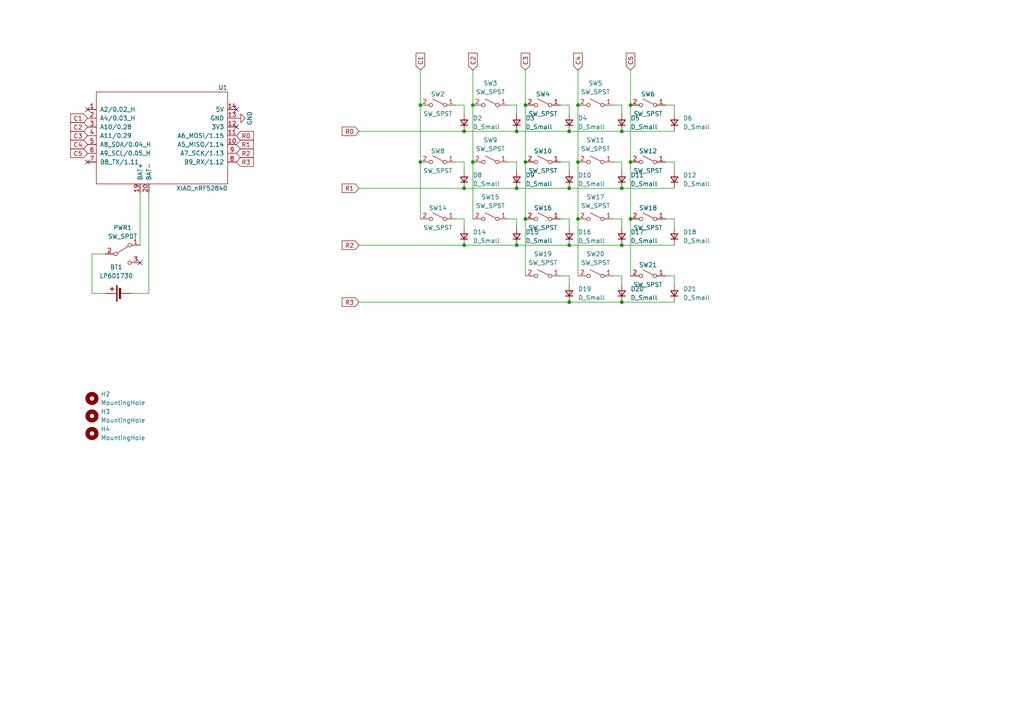
<source format=kicad_sch>
(kicad_sch (version 20231120) (generator "eeschema") (generator_version "8.0")
  (paper "A4")
  (lib_symbols
    (symbol "Device:Battery_Cell" (pin_numbers hide) (pin_names (offset 0) hide)
      (property "Reference" "BT" (at 2.54 2.54 0))
      (property "Value" "Battery_Cell" (at 2.54 0 0))
      (symbol "Battery_Cell_0_1"
        (rectangle (start -2.286 1.778) (end 2.286 1.524) (fill (type outline)))
        (rectangle (start -1.524 1.016) (end 1.524 0.508) (fill (type outline)))
        (polyline (pts (xy 0 0.762) (xy 0 0)))
        (polyline (pts (xy 0 1.778) (xy 0 2.54)))
        (polyline (pts (xy 0.762 3.048) (xy 1.778 3.048)) (stroke (width 0.254)))
        (polyline (pts (xy 1.27 3.556) (xy 1.27 2.54)) (stroke (width 0.254)))
      )
      (symbol "Battery_Cell_1_1"
        (pin passive line (at 0 5.08 270) (length 2.54) (name "+") (number "1"))
        (pin passive line (at 0 -2.54 90) (length 2.54) (name "-") (number "2"))
      )
    )
    (symbol "Two:D_Small" (pin_numbers hide) (pin_names (offset 0.254) hide)
      (property "Reference" "D" (at -1.27 2.032 0))
      (property "Value" "D_Small" (at -3.81 -2.032 0))
      (symbol "D_Small_0_1"
        (polyline (pts (xy -0.762 -1.016) (xy -0.762 1.016)) (stroke (width 0.254)))
        (polyline (pts (xy -0.762 0) (xy 0.762 0)))
        (polyline (pts (xy 0.762 -1.016) (xy -0.762 0) (xy 0.762 1.016) (xy 0.762 -1.016)) (stroke (width 0.254)))
      )
      (symbol "D_Small_1_1"
        (pin passive line (at -2.54 0 0) (length 1.778) (name "K") (number "1"))
        (pin passive line (at 2.54 0 180) (length 1.778) (name "A") (number "2"))
      )
    )
    (symbol "Two:GND" (power) (pin_names (offset 0))
      (property "Value" "GND" (at 0 -3.81 0))
      (symbol "GND_0_1"
        (polyline (pts (xy 0 0) (xy 0 -1.27) (xy 1.27 -1.27) (xy 0 -2.54) (xy -1.27 -1.27) (xy 0 -1.27)))
      )
      (symbol "GND_1_1"
        (pin power_in line (at 0 0 270) (length 0) hide (name "GND") (number "1"))
      )
    )
    (symbol "Two:MountingHole" (pin_names (offset 1.016))
      (property "Reference" "H" (at 0 5.08 0))
      (property "Value" "MountingHole" (at 0 3.175 0))
      (symbol "MountingHole_0_1"
        (circle (center 0 0) (radius 1.27) (stroke (width 1.27)))
      )
    )
    (symbol "Two:SW_SPDT" (pin_names (offset 0) hide)
      (property "Reference" "PWR" (at 0 4.318 0))
      (property "Value" "SW_SPDT" (at 0 -5.08 0))
      (symbol "SW_SPDT_0_0"
        (circle (center -2.032 0) (radius 0.508))
        (circle (center 2.032 -2.54) (radius 0.508))
      )
      (symbol "SW_SPDT_0_1"
        (polyline (pts (xy -1.524 0.254) (xy 1.651 2.286)))
        (circle (center 2.032 2.54) (radius 0.508))
      )
      (symbol "SW_SPDT_1_1"
        (pin passive line (at 5.08 2.54 180) (length 2.54) (name "A") (number "1"))
        (pin passive line (at -5.08 0 0) (length 2.54) (name "B") (number "2"))
        (pin passive line (at 5.08 -2.54 180) (length 2.54) (name "C") (number "3"))
      )
    )
    (symbol "Two:SW_SPST" (pin_names (offset 0) hide)
      (property "Reference" "SW" (at 0 3.175 0))
      (property "Value" "SW_SPST" (at 0 -2.54 0))
      (symbol "SW_SPST_0_0"
        (circle (center -2.032 0) (radius 0.508))
        (polyline (pts (xy -1.524 0.254) (xy 1.524 1.778)))
        (circle (center 2.032 0) (radius 0.508))
      )
      (symbol "SW_SPST_1_1"
        (pin passive line (at -5.08 0 0) (length 2.54) (name "A") (number "1"))
        (pin passive line (at 5.08 0 180) (length 2.54) (name "B") (number "2"))
      )
    )
    (symbol "Two:XIAO_nRF52840" (pin_names (offset 1.016))
      (property "Reference" "U" (at 19.05 13.97 0))
      (property "Value" "XIAO_nRF52840" (at 19.05 -15.24 0))
      (symbol "XIAO_nRF52840_0_1"
        (rectangle (start -19.05 12.7) (end 19.05 -13.97))
      )
      (symbol "XIAO_nRF52840_1_1"
        (pin bidirectional line (at -21.59 7.62 0) (length 2.54) (name "A2/0.02_H") (number "1"))
        (pin bidirectional line (at 21.59 -2.54 180) (length 2.54) (name "A5_MISO/1.14") (number "10"))
        (pin bidirectional line (at 21.59 0 180) (length 2.54) (name "A6_MOSI/1.15") (number "11"))
        (pin power_out line (at 21.59 2.54 180) (length 2.54) (name "3V3") (number "12"))
        (pin power_out line (at 21.59 5.08 180) (length 2.54) (name "GND") (number "13"))
        (pin power_out line (at 21.59 7.62 180) (length 2.54) (name "5V") (number "14"))
        (pin power_in line (at -6.35 -16.51 90) (length 2.54) (name "BAT+") (number "19"))
        (pin bidirectional line (at -21.59 5.08 0) (length 2.54) (name "A4/0.03_H") (number "2"))
        (pin power_in line (at -3.81 -16.51 90) (length 2.54) (name "BAT-") (number "20"))
        (pin bidirectional line (at -21.59 2.54 0) (length 2.54) (name "A10/0.28") (number "3"))
        (pin bidirectional line (at -21.59 0 0) (length 2.54) (name "A11/0.29") (number "4"))
        (pin bidirectional line (at -21.59 -2.54 0) (length 2.54) (name "A8_SDA/0.04_H") (number "5"))
        (pin bidirectional line (at -21.59 -5.08 0) (length 2.54) (name "A9_SCL/0.05_H") (number "6"))
        (pin bidirectional line (at -21.59 -7.62 0) (length 2.54) (name "B8_TX/1.11") (number "7"))
        (pin bidirectional line (at 21.59 -7.62 180) (length 2.54) (name "B9_RX/1.12") (number "8"))
        (pin bidirectional line (at 21.59 -5.08 180) (length 2.54) (name "A7_SCK/1.13") (number "9"))
      )
    )
  )
  (junction (at 165.1 38.1))
  (junction (at 137.16 46.99))
  (junction (at 134.62 54.61))
  (junction (at 152.4 30.48))
  (junction (at 180.34 38.1))
  (junction (at 165.1 54.61))
  (junction (at 165.1 87.63))
  (junction (at 167.64 63.5))
  (junction (at 152.4 46.99))
  (junction (at 180.34 71.12))
  (junction (at 134.62 71.12))
  (junction (at 137.16 30.48))
  (junction (at 134.62 38.1))
  (junction (at 149.86 71.12))
  (junction (at 149.86 54.61))
  (junction (at 121.92 46.99))
  (junction (at 182.88 63.5))
  (junction (at 180.34 87.63))
  (junction (at 121.92 30.48))
  (junction (at 182.88 30.48))
  (junction (at 182.88 46.99))
  (junction (at 165.1 71.12))
  (junction (at 167.64 46.99))
  (junction (at 149.86 38.1))
  (junction (at 180.34 54.61))
  (junction (at 152.4 63.5))
  (junction (at 167.64 30.48))
  (no_connect (at 68.58 36.83))
  (no_connect (at 40.64 76.2))
  (no_connect (at 68.58 31.75))
  (no_connect (at 25.4 46.99))
  (no_connect (at 25.4 31.75))
  (wire (pts (xy 152.4 20.32) (xy 152.4 30.48)))
  (wire (pts (xy 134.62 46.99) (xy 134.62 49.53)))
  (wire (pts (xy 149.86 38.1) (xy 165.1 38.1)))
  (wire (pts (xy 180.34 87.63) (xy 195.58 87.63)))
  (wire (pts (xy 165.1 54.61) (xy 180.34 54.61)))
  (wire (pts (xy 149.86 46.99) (xy 149.86 49.53)))
  (wire (pts (xy 193.04 30.48) (xy 195.58 30.48)))
  (wire (pts (xy 167.64 30.48) (xy 167.64 46.99)))
  (wire (pts (xy 195.58 80.01) (xy 195.58 82.55)))
  (wire (pts (xy 149.86 71.12) (xy 165.1 71.12)))
  (wire (pts (xy 165.1 87.63) (xy 180.34 87.63)))
  (wire (pts (xy 40.64 55.88) (xy 40.64 71.12)))
  (wire (pts (xy 177.8 63.5) (xy 180.34 63.5)))
  (wire (pts (xy 180.34 63.5) (xy 180.34 66.04)))
  (wire (pts (xy 180.34 71.12) (xy 195.58 71.12)))
  (wire (pts (xy 167.64 20.32) (xy 167.64 30.48)))
  (wire (pts (xy 182.88 46.99) (xy 182.88 63.5)))
  (wire (pts (xy 180.34 80.01) (xy 180.34 82.55)))
  (wire (pts (xy 121.92 20.32) (xy 121.92 30.48)))
  (wire (pts (xy 152.4 46.99) (xy 152.4 63.5)))
  (wire (pts (xy 104.14 71.12) (xy 134.62 71.12)))
  (wire (pts (xy 180.34 30.48) (xy 180.34 33.02)))
  (wire (pts (xy 177.8 30.48) (xy 180.34 30.48)))
  (wire (pts (xy 104.14 54.61) (xy 134.62 54.61)))
  (wire (pts (xy 193.04 80.01) (xy 195.58 80.01)))
  (wire (pts (xy 195.58 63.5) (xy 195.58 66.04)))
  (wire (pts (xy 137.16 46.99) (xy 137.16 63.5)))
  (wire (pts (xy 152.4 63.5) (xy 152.4 80.01)))
  (wire (pts (xy 182.88 63.5) (xy 182.88 80.01)))
  (wire (pts (xy 162.56 80.01) (xy 165.1 80.01)))
  (wire (pts (xy 43.18 55.88) (xy 43.18 85.09)))
  (wire (pts (xy 165.1 63.5) (xy 165.1 66.04)))
  (wire (pts (xy 134.62 30.48) (xy 134.62 33.02)))
  (wire (pts (xy 167.64 63.5) (xy 167.64 80.01)))
  (wire (pts (xy 152.4 30.48) (xy 152.4 46.99)))
  (wire (pts (xy 134.62 38.1) (xy 149.86 38.1)))
  (wire (pts (xy 121.92 46.99) (xy 121.92 63.5)))
  (wire (pts (xy 104.14 87.63) (xy 165.1 87.63)))
  (wire (pts (xy 147.32 63.5) (xy 149.86 63.5)))
  (wire (pts (xy 195.58 46.99) (xy 195.58 49.53)))
  (wire (pts (xy 43.18 85.09) (xy 38.1 85.09)))
  (wire (pts (xy 167.64 46.99) (xy 167.64 63.5)))
  (wire (pts (xy 165.1 46.99) (xy 165.1 49.53)))
  (wire (pts (xy 134.62 54.61) (xy 149.86 54.61)))
  (wire (pts (xy 104.14 38.1) (xy 134.62 38.1)))
  (wire (pts (xy 193.04 63.5) (xy 195.58 63.5)))
  (wire (pts (xy 162.56 46.99) (xy 165.1 46.99)))
  (wire (pts (xy 165.1 71.12) (xy 180.34 71.12)))
  (wire (pts (xy 180.34 46.99) (xy 180.34 49.53)))
  (wire (pts (xy 30.48 73.66) (xy 26.67 73.66)))
  (wire (pts (xy 132.08 46.99) (xy 134.62 46.99)))
  (wire (pts (xy 134.62 71.12) (xy 149.86 71.12)))
  (wire (pts (xy 121.92 30.48) (xy 121.92 46.99)))
  (wire (pts (xy 149.86 54.61) (xy 165.1 54.61)))
  (wire (pts (xy 182.88 20.32) (xy 182.88 30.48)))
  (wire (pts (xy 193.04 46.99) (xy 195.58 46.99)))
  (wire (pts (xy 132.08 63.5) (xy 134.62 63.5)))
  (wire (pts (xy 147.32 30.48) (xy 149.86 30.48)))
  (wire (pts (xy 149.86 63.5) (xy 149.86 66.04)))
  (wire (pts (xy 177.8 80.01) (xy 180.34 80.01)))
  (wire (pts (xy 149.86 30.48) (xy 149.86 33.02)))
  (wire (pts (xy 162.56 63.5) (xy 165.1 63.5)))
  (wire (pts (xy 137.16 20.32) (xy 137.16 30.48)))
  (wire (pts (xy 134.62 63.5) (xy 134.62 66.04)))
  (wire (pts (xy 177.8 46.99) (xy 180.34 46.99)))
  (wire (pts (xy 132.08 30.48) (xy 134.62 30.48)))
  (wire (pts (xy 26.67 85.09) (xy 30.48 85.09)))
  (wire (pts (xy 165.1 80.01) (xy 165.1 82.55)))
  (wire (pts (xy 165.1 38.1) (xy 180.34 38.1)))
  (wire (pts (xy 162.56 30.48) (xy 165.1 30.48)))
  (wire (pts (xy 180.34 54.61) (xy 195.58 54.61)))
  (wire (pts (xy 195.58 30.48) (xy 195.58 33.02)))
  (wire (pts (xy 147.32 46.99) (xy 149.86 46.99)))
  (wire (pts (xy 180.34 38.1) (xy 195.58 38.1)))
  (wire (pts (xy 26.67 73.66) (xy 26.67 85.09)))
  (wire (pts (xy 137.16 30.48) (xy 137.16 46.99)))
  (wire (pts (xy 182.88 30.48) (xy 182.88 46.99)))
  (wire (pts (xy 165.1 30.48) (xy 165.1 33.02)))
  (global_label "R2" (shape input) (at 68.58 44.45 0) (property "Intersheetrefs" "${INTERSHEET_REFS}" (effects (hide yes))))
  (global_label "R2" (shape input) (at 104.14 71.12 180) (property "Intersheetrefs" "${INTERSHEET_REFS}" (effects (hide yes))))
  (global_label "C3" (shape input) (at 25.4 39.37 180) (property "Intersheetrefs" "${INTERSHEET_REFS}" (effects (hide yes))))
  (global_label "C4" (shape input) (at 25.4 41.91 180) (property "Intersheetrefs" "${INTERSHEET_REFS}" (effects (hide yes))))
  (global_label "C5" (shape input) (at 182.88 20.32 90) (property "Intersheetrefs" "${INTERSHEET_REFS}" (effects (hide yes))))
  (global_label "R0" (shape input) (at 104.14 38.1 180) (property "Intersheetrefs" "${INTERSHEET_REFS}" (effects (hide yes))))
  (global_label "C4" (shape input) (at 167.64 20.32 90) (property "Intersheetrefs" "${INTERSHEET_REFS}" (effects (hide yes))))
  (global_label "R1" (shape input) (at 68.58 41.91 0) (property "Intersheetrefs" "${INTERSHEET_REFS}" (effects (hide yes))))
  (global_label "R1" (shape input) (at 104.14 54.61 180) (property "Intersheetrefs" "${INTERSHEET_REFS}" (effects (hide yes))))
  (global_label "R3" (shape input) (at 104.14 87.63 180) (property "Intersheetrefs" "${INTERSHEET_REFS}" (effects (hide yes))))
  (global_label "C2" (shape input) (at 25.4 36.83 180) (property "Intersheetrefs" "${INTERSHEET_REFS}" (effects (hide yes))))
  (global_label "C1" (shape input) (at 121.92 20.32 90) (property "Intersheetrefs" "${INTERSHEET_REFS}" (effects (hide yes))))
  (global_label "C2" (shape input) (at 137.16 20.32 90) (property "Intersheetrefs" "${INTERSHEET_REFS}" (effects (hide yes))))
  (global_label "R0" (shape input) (at 68.58 39.37 0) (property "Intersheetrefs" "${INTERSHEET_REFS}" (effects (hide yes))))
  (global_label "C1" (shape input) (at 25.4 34.29 180) (property "Intersheetrefs" "${INTERSHEET_REFS}" (effects (hide yes))))
  (global_label "C5" (shape input) (at 25.4 44.45 180) (property "Intersheetrefs" "${INTERSHEET_REFS}" (effects (hide yes))))
  (global_label "R3" (shape input) (at 68.58 46.99 0) (property "Intersheetrefs" "${INTERSHEET_REFS}" (effects (hide yes))))
  (global_label "C3" (shape input) (at 152.4 20.32 90) (property "Intersheetrefs" "${INTERSHEET_REFS}" (effects (hide yes))))
  (symbol (lib_id "Two:SW_SPST") (at 172.72 63.5 0) (mirror y) (unit 1)
    (property "Reference" "SW17" (at 172.72 57.15 0))
    (property "Value" "SW_SPST" (at 172.72 59.69 0))
    (property "Footprint" "Two:KS-27_KS-33_Hotswap_1U_DUAL" (effects (hide yes)))
    (property "Description" "Single Pole Single Throw (SPST) switch" (effects (hide yes)))
  )
  (symbol (lib_id "Two:MountingHole") (at 26.67 125.73 0) (unit 1)
    (property "Reference" "H4" (at 29.21 124.4599 0) (effects (justify left)))
    (property "Value" "MountingHole" (at 29.21 126.9999 0) (effects (justify left)))
    (property "Footprint" "Two:Hole_5.7mm" (effects (hide yes)))
    (property "Description" "Mounting Hole without connection" (effects (hide yes)))
  )
  (symbol (lib_id "Two:D_Small") (at 195.58 68.58 90) (unit 1)
    (property "Reference" "D18" (at 198.12 67.3099 90) (effects (justify right)))
    (property "Value" "D_Small" (at 198.12 69.8499 90) (effects (justify right)))
    (property "Footprint" "Two:Diode_TH_SMD_DUAL" (effects (hide yes)))
    (property "Description" "Diode, small symbol" (effects (hide yes)))
    (property "Sim.Device" "D" (effects (hide yes)))
    (property "Sim.Pins" "1=K 2=A" (effects (hide yes)))
  )
  (symbol (lib_id "Two:SW_SPST") (at 142.24 63.5 0) (mirror y) (unit 1)
    (property "Reference" "SW15" (at 142.24 57.15 0))
    (property "Value" "SW_SPST" (at 142.24 59.69 0))
    (property "Footprint" "Two:KS-27_KS-33_Hotswap_1U_DUAL" (effects (hide yes)))
    (property "Description" "Single Pole Single Throw (SPST) switch" (effects (hide yes)))
  )
  (symbol (lib_id "Two:D_Small") (at 134.62 35.56 90) (unit 1)
    (property "Reference" "D2" (at 137.16 34.2899 90) (effects (justify right)))
    (property "Value" "D_Small" (at 137.16 36.8299 90) (effects (justify right)))
    (property "Footprint" "Two:Diode_TH_SMD_DUAL" (effects (hide yes)))
    (property "Description" "Diode, small symbol" (effects (hide yes)))
    (property "Sim.Device" "D" (effects (hide yes)))
    (property "Sim.Pins" "1=K 2=A" (effects (hide yes)))
  )
  (symbol (lib_id "Two:SW_SPST") (at 142.24 46.99 0) (mirror y) (unit 1)
    (property "Reference" "SW9" (at 142.24 40.64 0))
    (property "Value" "SW_SPST" (at 142.24 43.18 0))
    (property "Footprint" "Two:KS-27_KS-33_Hotswap_1U_DUAL" (effects (hide yes)))
    (property "Description" "Single Pole Single Throw (SPST) switch" (effects (hide yes)))
  )
  (symbol (lib_id "Two:D_Small") (at 165.1 85.09 90) (unit 1)
    (property "Reference" "D19" (at 167.64 83.8199 90) (effects (justify right)))
    (property "Value" "D_Small" (at 167.64 86.3599 90) (effects (justify right)))
    (property "Footprint" "Two:Diode_TH_SMD_DUAL" (effects (hide yes)))
    (property "Description" "Diode, small symbol" (effects (hide yes)))
    (property "Sim.Device" "D" (effects (hide yes)))
    (property "Sim.Pins" "1=K 2=A" (effects (hide yes)))
  )
  (symbol (lib_id "Two:SW_SPDT") (at 35.56 73.66 0) (unit 1)
    (property "Reference" "PWR1" (at 35.56 66.04 0))
    (property "Value" "SW_SPDT" (at 35.56 68.58 0))
    (property "Footprint" "Two:MSK-12C02_DUAL" (effects (hide yes)))
    (property "Description" "Switch, single pole double throw" (effects (hide yes)))
  )
  (symbol (lib_id "Two:D_Small") (at 149.86 35.56 90) (unit 1)
    (property "Reference" "D3" (at 152.4 34.2899 90) (effects (justify right)))
    (property "Value" "D_Small" (at 152.4 36.8299 90) (effects (justify right)))
    (property "Footprint" "Two:Diode_TH_SMD_DUAL" (effects (hide yes)))
    (property "Description" "Diode, small symbol" (effects (hide yes)))
    (property "Sim.Device" "D" (effects (hide yes)))
    (property "Sim.Pins" "1=K 2=A" (effects (hide yes)))
  )
  (symbol (lib_id "Two:SW_SPST") (at 187.96 63.5 0) (mirror y) (unit 1)
    (property "Reference" "SW18" (at 187.96 60.325 0))
    (property "Value" "SW_SPST" (at 187.96 66.04 0))
    (property "Footprint" "Two:KS-27_KS-33_Hotswap_1U_DUAL" (effects (hide yes)))
    (property "Description" "Single Pole Single Throw (SPST) switch" (effects (hide yes)))
  )
  (symbol (lib_id "Two:SW_SPST") (at 127 30.48 0) (mirror y) (unit 1)
    (property "Reference" "SW2" (at 127 27.305 0))
    (property "Value" "SW_SPST" (at 127 33.02 0))
    (property "Footprint" "Two:KS-27_KS-33_Hotswap_1U_DUAL" (effects (hide yes)))
    (property "Description" "Single Pole Single Throw (SPST) switch" (effects (hide yes)))
  )
  (symbol (lib_id "Two:SW_SPST") (at 187.96 80.01 0) (mirror y) (unit 1)
    (property "Reference" "SW21" (at 187.96 76.835 0))
    (property "Value" "SW_SPST" (at 187.96 82.55 0))
    (property "Footprint" "Two:KS-27_KS-33_Hotswap_1U_DUAL" (effects (hide yes)))
    (property "Description" "Single Pole Single Throw (SPST) switch" (effects (hide yes)))
  )
  (symbol (lib_id "Two:SW_SPST") (at 187.96 46.99 0) (mirror y) (unit 1)
    (property "Reference" "SW12" (at 187.96 43.815 0))
    (property "Value" "SW_SPST" (at 187.96 49.53 0))
    (property "Footprint" "Two:KS-27_KS-33_Hotswap_1U_DUAL" (effects (hide yes)))
    (property "Description" "Single Pole Single Throw (SPST) switch" (effects (hide yes)))
  )
  (symbol (lib_id "Two:D_Small") (at 195.58 35.56 90) (unit 1)
    (property "Reference" "D6" (at 198.12 34.2899 90) (effects (justify right)))
    (property "Value" "D_Small" (at 198.12 36.8299 90) (effects (justify right)))
    (property "Footprint" "Two:Diode_TH_SMD_DUAL" (effects (hide yes)))
    (property "Description" "Diode, small symbol" (effects (hide yes)))
    (property "Sim.Device" "D" (effects (hide yes)))
    (property "Sim.Pins" "1=K 2=A" (effects (hide yes)))
  )
  (symbol (lib_id "Two:SW_SPST") (at 127 63.5 0) (mirror y) (unit 1)
    (property "Reference" "SW14" (at 127 60.325 0))
    (property "Value" "SW_SPST" (at 127 66.04 0))
    (property "Footprint" "Two:KS-27_KS-33_Hotswap_1U_DUAL" (effects (hide yes)))
    (property "Description" "Single Pole Single Throw (SPST) switch" (effects (hide yes)))
  )
  (symbol (lib_id "Two:SW_SPST") (at 142.24 30.48 0) (mirror y) (unit 1)
    (property "Reference" "SW3" (at 142.24 24.13 0))
    (property "Value" "SW_SPST" (at 142.24 26.67 0))
    (property "Footprint" "Two:KS-27_KS-33_Hotswap_1U_DUAL" (effects (hide yes)))
    (property "Description" "Single Pole Single Throw (SPST) switch" (effects (hide yes)))
  )
  (symbol (lib_id "Two:D_Small") (at 165.1 35.56 90) (unit 1)
    (property "Reference" "D4" (at 167.64 34.2899 90) (effects (justify right)))
    (property "Value" "D_Small" (at 167.64 36.8299 90) (effects (justify right)))
    (property "Footprint" "Two:Diode_TH_SMD_DUAL" (effects (hide yes)))
    (property "Description" "Diode, small symbol" (effects (hide yes)))
    (property "Sim.Device" "D" (effects (hide yes)))
    (property "Sim.Pins" "1=K 2=A" (effects (hide yes)))
  )
  (symbol (lib_id "Two:D_Small") (at 180.34 52.07 90) (unit 1)
    (property "Reference" "D11" (at 182.88 50.7999 90) (effects (justify right)))
    (property "Value" "D_Small" (at 182.88 53.3399 90) (effects (justify right)))
    (property "Footprint" "Two:Diode_TH_SMD_DUAL" (effects (hide yes)))
    (property "Description" "Diode, small symbol" (effects (hide yes)))
    (property "Sim.Device" "D" (effects (hide yes)))
    (property "Sim.Pins" "1=K 2=A" (effects (hide yes)))
  )
  (symbol (lib_id "Two:MountingHole") (at 26.67 115.57 0) (unit 1)
    (property "Reference" "H2" (at 29.21 114.2999 0) (effects (justify left)))
    (property "Value" "MountingHole" (at 29.21 116.8399 0) (effects (justify left)))
    (property "Footprint" "Two:Hole_5.7mm" (effects (hide yes)))
    (property "Description" "Mounting Hole without connection" (effects (hide yes)))
  )
  (symbol (lib_id "Two:D_Small") (at 149.86 52.07 90) (unit 1)
    (property "Reference" "D9" (at 152.4 50.7999 90) (effects (justify right)))
    (property "Value" "D_Small" (at 152.4 53.3399 90) (effects (justify right)))
    (property "Footprint" "Two:Diode_TH_SMD_DUAL" (effects (hide yes)))
    (property "Description" "Diode, small symbol" (effects (hide yes)))
    (property "Sim.Device" "D" (effects (hide yes)))
    (property "Sim.Pins" "1=K 2=A" (effects (hide yes)))
  )
  (symbol (lib_id "Two:GND") (at 68.58 34.29 90) (unit 1)
    (property "Reference" "#PWR03" (effects (hide yes)))
    (property "Value" "GND" (at 72.39 34.29 0))
    (property "Description" "Power symbol creates a global label with name \"GND\" , ground" (effects (hide yes)))
  )
  (symbol (lib_id "Two:D_Small") (at 165.1 68.58 90) (unit 1)
    (property "Reference" "D16" (at 167.64 67.3099 90) (effects (justify right)))
    (property "Value" "D_Small" (at 167.64 69.8499 90) (effects (justify right)))
    (property "Footprint" "Two:Diode_TH_SMD_DUAL" (effects (hide yes)))
    (property "Description" "Diode, small symbol" (effects (hide yes)))
    (property "Sim.Device" "D" (effects (hide yes)))
    (property "Sim.Pins" "1=K 2=A" (effects (hide yes)))
  )
  (symbol (lib_id "Two:XIAO_nRF52840") (at 46.99 39.37 0) (unit 1)
    (property "Reference" "U1" (at 66.04 25.4 0) (effects (justify right)))
    (property "Value" "XIAO_nRF52840" (at 66.04 54.61 0) (effects (justify right)))
    (property "Footprint" "Two:XIAO_nRF52840_DUAL_WINDOW_NO_CAP" (effects (hide yes)))
  )
  (symbol (lib_id "Two:MountingHole") (at 26.67 120.65 0) (unit 1)
    (property "Reference" "H3" (at 29.21 119.3799 0) (effects (justify left)))
    (property "Value" "MountingHole" (at 29.21 121.9199 0) (effects (justify left)))
    (property "Footprint" "Two:Hole_5.7mm" (effects (hide yes)))
    (property "Description" "Mounting Hole without connection" (effects (hide yes)))
  )
  (symbol (lib_id "Two:SW_SPST") (at 187.96 30.48 0) (mirror y) (unit 1)
    (property "Reference" "SW6" (at 187.96 27.305 0))
    (property "Value" "SW_SPST" (at 187.96 33.02 0))
    (property "Footprint" "Two:KS-27_KS-33_Hotswap_1U_DUAL" (effects (hide yes)))
    (property "Description" "Single Pole Single Throw (SPST) switch" (effects (hide yes)))
  )
  (symbol (lib_id "Two:SW_SPST") (at 172.72 46.99 0) (mirror y) (unit 1)
    (property "Reference" "SW11" (at 172.72 40.64 0))
    (property "Value" "SW_SPST" (at 172.72 43.18 0))
    (property "Footprint" "Two:KS-27_KS-33_Hotswap_1U_DUAL" (effects (hide yes)))
    (property "Description" "Single Pole Single Throw (SPST) switch" (effects (hide yes)))
  )
  (symbol (lib_id "Two:SW_SPST") (at 157.48 63.5 0) (mirror y) (unit 1)
    (property "Reference" "SW16" (at 157.48 60.325 0))
    (property "Value" "SW_SPST" (at 157.48 66.04 0))
    (property "Footprint" "Two:KS-27_KS-33_Hotswap_1U_DUAL" (effects (hide yes)))
    (property "Description" "Single Pole Single Throw (SPST) switch" (effects (hide yes)))
  )
  (symbol (lib_id "Two:D_Small") (at 195.58 85.09 90) (unit 1)
    (property "Reference" "D21" (at 198.12 83.8199 90) (effects (justify right)))
    (property "Value" "D_Small" (at 198.12 86.3599 90) (effects (justify right)))
    (property "Footprint" "Two:Diode_TH_SMD_DUAL" (effects (hide yes)))
    (property "Description" "Diode, small symbol" (effects (hide yes)))
    (property "Sim.Device" "D" (effects (hide yes)))
    (property "Sim.Pins" "1=K 2=A" (effects (hide yes)))
  )
  (symbol (lib_id "Two:D_Small") (at 134.62 52.07 90) (unit 1)
    (property "Reference" "D8" (at 137.16 50.7999 90) (effects (justify right)))
    (property "Value" "D_Small" (at 137.16 53.3399 90) (effects (justify right)))
    (property "Footprint" "Two:Diode_TH_SMD_DUAL" (effects (hide yes)))
    (property "Description" "Diode, small symbol" (effects (hide yes)))
    (property "Sim.Device" "D" (effects (hide yes)))
    (property "Sim.Pins" "1=K 2=A" (effects (hide yes)))
  )
  (symbol (lib_id "Two:SW_SPST") (at 157.48 30.48 0) (mirror y) (unit 1)
    (property "Reference" "SW4" (at 157.48 27.305 0))
    (property "Value" "SW_SPST" (at 157.48 33.02 0))
    (property "Footprint" "Two:KS-27_KS-33_Hotswap_1U_DUAL" (effects (hide yes)))
    (property "Description" "Single Pole Single Throw (SPST) switch" (effects (hide yes)))
  )
  (symbol (lib_id "Two:D_Small") (at 180.34 68.58 90) (unit 1)
    (property "Reference" "D17" (at 182.88 67.3099 90) (effects (justify right)))
    (property "Value" "D_Small" (at 182.88 69.8499 90) (effects (justify right)))
    (property "Footprint" "Two:Diode_TH_SMD_DUAL" (effects (hide yes)))
    (property "Description" "Diode, small symbol" (effects (hide yes)))
    (property "Sim.Device" "D" (effects (hide yes)))
    (property "Sim.Pins" "1=K 2=A" (effects (hide yes)))
  )
  (symbol (lib_id "Two:SW_SPST") (at 127 46.99 0) (mirror y) (unit 1)
    (property "Reference" "SW8" (at 127 43.815 0))
    (property "Value" "SW_SPST" (at 127 49.53 0))
    (property "Footprint" "Two:KS-27_KS-33_Hotswap_1U_DUAL" (effects (hide yes)))
    (property "Description" "Single Pole Single Throw (SPST) switch" (effects (hide yes)))
  )
  (symbol (lib_id "Two:SW_SPST") (at 157.48 80.01 0) (mirror y) (unit 1)
    (property "Reference" "SW19" (at 157.48 73.66 0))
    (property "Value" "SW_SPST" (at 157.48 76.2 0))
    (property "Footprint" "Two:KS-27_KS-33_Hotswap_1U_DUAL" (effects (hide yes)))
    (property "Description" "Single Pole Single Throw (SPST) switch" (effects (hide yes)))
  )
  (symbol (lib_id "Two:D_Small") (at 195.58 52.07 90) (unit 1)
    (property "Reference" "D12" (at 198.12 50.7999 90) (effects (justify right)))
    (property "Value" "D_Small" (at 198.12 53.3399 90) (effects (justify right)))
    (property "Footprint" "Two:Diode_TH_SMD_DUAL" (effects (hide yes)))
    (property "Description" "Diode, small symbol" (effects (hide yes)))
    (property "Sim.Device" "D" (effects (hide yes)))
    (property "Sim.Pins" "1=K 2=A" (effects (hide yes)))
  )
  (symbol (lib_id "Device:Battery_Cell") (at 35.56 85.09 90) (unit 1)
    (property "Reference" "BT1" (at 33.7185 77.47 90))
    (property "Value" "LP601730" (at 33.7185 80.01 90))
    (property "Footprint" "Two:lp601730" (effects (hide yes)))
    (property "Description" "Single-cell battery" (effects (hide yes)))
  )
  (symbol (lib_id "Two:D_Small") (at 149.86 68.58 90) (unit 1)
    (property "Reference" "D15" (at 152.4 67.3099 90) (effects (justify right)))
    (property "Value" "D_Small" (at 152.4 69.8499 90) (effects (justify right)))
    (property "Footprint" "Two:Diode_TH_SMD_DUAL" (effects (hide yes)))
    (property "Description" "Diode, small symbol" (effects (hide yes)))
    (property "Sim.Device" "D" (effects (hide yes)))
    (property "Sim.Pins" "1=K 2=A" (effects (hide yes)))
  )
  (symbol (lib_id "Two:SW_SPST") (at 157.48 46.99 0) (mirror y) (unit 1)
    (property "Reference" "SW10" (at 157.48 43.815 0))
    (property "Value" "SW_SPST" (at 157.48 49.53 0))
    (property "Footprint" "Two:KS-27_KS-33_Hotswap_1U_DUAL" (effects (hide yes)))
    (property "Description" "Single Pole Single Throw (SPST) switch" (effects (hide yes)))
  )
  (symbol (lib_id "Two:D_Small") (at 180.34 85.09 90) (unit 1)
    (property "Reference" "D20" (at 182.88 83.8199 90) (effects (justify right)))
    (property "Value" "D_Small" (at 182.88 86.3599 90) (effects (justify right)))
    (property "Footprint" "Two:Diode_TH_SMD_DUAL" (effects (hide yes)))
    (property "Description" "Diode, small symbol" (effects (hide yes)))
    (property "Sim.Device" "D" (effects (hide yes)))
    (property "Sim.Pins" "1=K 2=A" (effects (hide yes)))
  )
  (symbol (lib_id "Two:SW_SPST") (at 172.72 80.01 0) (mirror y) (unit 1)
    (property "Reference" "SW20" (at 172.72 73.66 0))
    (property "Value" "SW_SPST" (at 172.72 76.2 0))
    (property "Footprint" "Two:KS-27_KS-33_Hotswap_1U_DUAL" (effects (hide yes)))
    (property "Description" "Single Pole Single Throw (SPST) switch" (effects (hide yes)))
  )
  (symbol (lib_id "Two:SW_SPST") (at 172.72 30.48 0) (mirror y) (unit 1)
    (property "Reference" "SW5" (at 172.72 24.13 0))
    (property "Value" "SW_SPST" (at 172.72 26.67 0))
    (property "Footprint" "Two:KS-27_KS-33_Hotswap_1U_DUAL" (effects (hide yes)))
    (property "Description" "Single Pole Single Throw (SPST) switch" (effects (hide yes)))
  )
  (symbol (lib_id "Two:D_Small") (at 165.1 52.07 90) (unit 1)
    (property "Reference" "D10" (at 167.64 50.7999 90) (effects (justify right)))
    (property "Value" "D_Small" (at 167.64 53.3399 90) (effects (justify right)))
    (property "Footprint" "Two:Diode_TH_SMD_DUAL" (effects (hide yes)))
    (property "Description" "Diode, small symbol" (effects (hide yes)))
    (property "Sim.Device" "D" (effects (hide yes)))
    (property "Sim.Pins" "1=K 2=A" (effects (hide yes)))
  )
  (symbol (lib_id "Two:D_Small") (at 180.34 35.56 90) (unit 1)
    (property "Reference" "D5" (at 182.88 34.2899 90) (effects (justify right)))
    (property "Value" "D_Small" (at 182.88 36.8299 90) (effects (justify right)))
    (property "Footprint" "Two:Diode_TH_SMD_DUAL" (effects (hide yes)))
    (property "Description" "Diode, small symbol" (effects (hide yes)))
    (property "Sim.Device" "D" (effects (hide yes)))
    (property "Sim.Pins" "1=K 2=A" (effects (hide yes)))
  )
  (symbol (lib_id "Two:D_Small") (at 134.62 68.58 90) (unit 1)
    (property "Reference" "D14" (at 137.16 67.3099 90) (effects (justify right)))
    (property "Value" "D_Small" (at 137.16 69.8499 90) (effects (justify right)))
    (property "Footprint" "Two:Diode_TH_SMD_DUAL" (effects (hide yes)))
    (property "Description" "Diode, small symbol" (effects (hide yes)))
    (property "Sim.Device" "D" (effects (hide yes)))
    (property "Sim.Pins" "1=K 2=A" (effects (hide yes)))
  )
)
</source>
